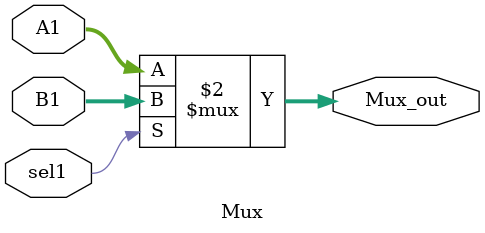
<source format=v>

module Mux(sel1, A1, B1, Mux_out);

input sel1;
input [31:0] A1, B1;
output [31:0] Mux_out;

assign Mux_out = (sel1 == 1'b0) ? A1 : B1;

endmodule
</source>
